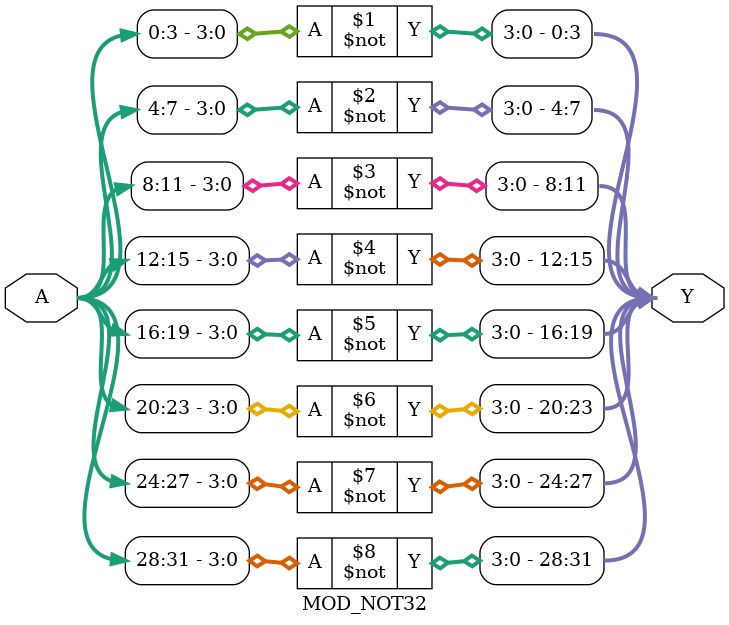
<source format=v>
module MOD_NOT32 (
    input [0:31] A,
    output [0:31] Y
);

genvar i;

generate 
    for (i=0; i < 32; i = i + 4) begin
        assign Y[i:i+3] = ~A[i:i+3];        
    end
endgenerate
endmodule
</source>
